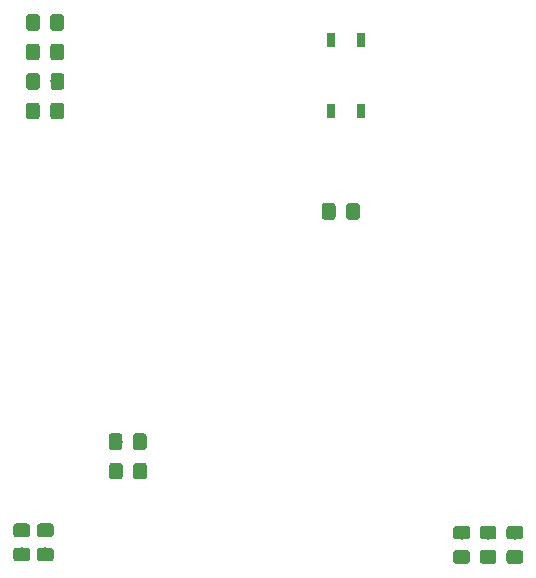
<source format=gbp>
G04 #@! TF.GenerationSoftware,KiCad,Pcbnew,(5.1.4)-1*
G04 #@! TF.CreationDate,2020-06-04T10:48:23-03:00*
G04 #@! TF.ProjectId,ModPrincipal,4d6f6450-7269-46e6-9369-70616c2e6b69,1.0*
G04 #@! TF.SameCoordinates,Original*
G04 #@! TF.FileFunction,Paste,Bot*
G04 #@! TF.FilePolarity,Positive*
%FSLAX46Y46*%
G04 Gerber Fmt 4.6, Leading zero omitted, Abs format (unit mm)*
G04 Created by KiCad (PCBNEW (5.1.4)-1) date 2020-06-04 10:48:23*
%MOMM*%
%LPD*%
G04 APERTURE LIST*
%ADD10C,0.100000*%
%ADD11C,1.150000*%
%ADD12R,0.800000X1.200000*%
G04 APERTURE END LIST*
D10*
G36*
X51474505Y-94476204D02*
G01*
X51498773Y-94479804D01*
X51522572Y-94485765D01*
X51545671Y-94494030D01*
X51567850Y-94504520D01*
X51588893Y-94517132D01*
X51608599Y-94531747D01*
X51626777Y-94548223D01*
X51643253Y-94566401D01*
X51657868Y-94586107D01*
X51670480Y-94607150D01*
X51680970Y-94629329D01*
X51689235Y-94652428D01*
X51695196Y-94676227D01*
X51698796Y-94700495D01*
X51700000Y-94724999D01*
X51700000Y-95375001D01*
X51698796Y-95399505D01*
X51695196Y-95423773D01*
X51689235Y-95447572D01*
X51680970Y-95470671D01*
X51670480Y-95492850D01*
X51657868Y-95513893D01*
X51643253Y-95533599D01*
X51626777Y-95551777D01*
X51608599Y-95568253D01*
X51588893Y-95582868D01*
X51567850Y-95595480D01*
X51545671Y-95605970D01*
X51522572Y-95614235D01*
X51498773Y-95620196D01*
X51474505Y-95623796D01*
X51450001Y-95625000D01*
X50549999Y-95625000D01*
X50525495Y-95623796D01*
X50501227Y-95620196D01*
X50477428Y-95614235D01*
X50454329Y-95605970D01*
X50432150Y-95595480D01*
X50411107Y-95582868D01*
X50391401Y-95568253D01*
X50373223Y-95551777D01*
X50356747Y-95533599D01*
X50342132Y-95513893D01*
X50329520Y-95492850D01*
X50319030Y-95470671D01*
X50310765Y-95447572D01*
X50304804Y-95423773D01*
X50301204Y-95399505D01*
X50300000Y-95375001D01*
X50300000Y-94724999D01*
X50301204Y-94700495D01*
X50304804Y-94676227D01*
X50310765Y-94652428D01*
X50319030Y-94629329D01*
X50329520Y-94607150D01*
X50342132Y-94586107D01*
X50356747Y-94566401D01*
X50373223Y-94548223D01*
X50391401Y-94531747D01*
X50411107Y-94517132D01*
X50432150Y-94504520D01*
X50454329Y-94494030D01*
X50477428Y-94485765D01*
X50501227Y-94479804D01*
X50525495Y-94476204D01*
X50549999Y-94475000D01*
X51450001Y-94475000D01*
X51474505Y-94476204D01*
X51474505Y-94476204D01*
G37*
D11*
X51000000Y-95050000D03*
D10*
G36*
X51474505Y-92426204D02*
G01*
X51498773Y-92429804D01*
X51522572Y-92435765D01*
X51545671Y-92444030D01*
X51567850Y-92454520D01*
X51588893Y-92467132D01*
X51608599Y-92481747D01*
X51626777Y-92498223D01*
X51643253Y-92516401D01*
X51657868Y-92536107D01*
X51670480Y-92557150D01*
X51680970Y-92579329D01*
X51689235Y-92602428D01*
X51695196Y-92626227D01*
X51698796Y-92650495D01*
X51700000Y-92674999D01*
X51700000Y-93325001D01*
X51698796Y-93349505D01*
X51695196Y-93373773D01*
X51689235Y-93397572D01*
X51680970Y-93420671D01*
X51670480Y-93442850D01*
X51657868Y-93463893D01*
X51643253Y-93483599D01*
X51626777Y-93501777D01*
X51608599Y-93518253D01*
X51588893Y-93532868D01*
X51567850Y-93545480D01*
X51545671Y-93555970D01*
X51522572Y-93564235D01*
X51498773Y-93570196D01*
X51474505Y-93573796D01*
X51450001Y-93575000D01*
X50549999Y-93575000D01*
X50525495Y-93573796D01*
X50501227Y-93570196D01*
X50477428Y-93564235D01*
X50454329Y-93555970D01*
X50432150Y-93545480D01*
X50411107Y-93532868D01*
X50391401Y-93518253D01*
X50373223Y-93501777D01*
X50356747Y-93483599D01*
X50342132Y-93463893D01*
X50329520Y-93442850D01*
X50319030Y-93420671D01*
X50310765Y-93397572D01*
X50304804Y-93373773D01*
X50301204Y-93349505D01*
X50300000Y-93325001D01*
X50300000Y-92674999D01*
X50301204Y-92650495D01*
X50304804Y-92626227D01*
X50310765Y-92602428D01*
X50319030Y-92579329D01*
X50329520Y-92557150D01*
X50342132Y-92536107D01*
X50356747Y-92516401D01*
X50373223Y-92498223D01*
X50391401Y-92481747D01*
X50411107Y-92467132D01*
X50432150Y-92454520D01*
X50454329Y-92444030D01*
X50477428Y-92435765D01*
X50501227Y-92429804D01*
X50525495Y-92426204D01*
X50549999Y-92425000D01*
X51450001Y-92425000D01*
X51474505Y-92426204D01*
X51474505Y-92426204D01*
G37*
D11*
X51000000Y-93000000D03*
D10*
G36*
X49474505Y-94476204D02*
G01*
X49498773Y-94479804D01*
X49522572Y-94485765D01*
X49545671Y-94494030D01*
X49567850Y-94504520D01*
X49588893Y-94517132D01*
X49608599Y-94531747D01*
X49626777Y-94548223D01*
X49643253Y-94566401D01*
X49657868Y-94586107D01*
X49670480Y-94607150D01*
X49680970Y-94629329D01*
X49689235Y-94652428D01*
X49695196Y-94676227D01*
X49698796Y-94700495D01*
X49700000Y-94724999D01*
X49700000Y-95375001D01*
X49698796Y-95399505D01*
X49695196Y-95423773D01*
X49689235Y-95447572D01*
X49680970Y-95470671D01*
X49670480Y-95492850D01*
X49657868Y-95513893D01*
X49643253Y-95533599D01*
X49626777Y-95551777D01*
X49608599Y-95568253D01*
X49588893Y-95582868D01*
X49567850Y-95595480D01*
X49545671Y-95605970D01*
X49522572Y-95614235D01*
X49498773Y-95620196D01*
X49474505Y-95623796D01*
X49450001Y-95625000D01*
X48549999Y-95625000D01*
X48525495Y-95623796D01*
X48501227Y-95620196D01*
X48477428Y-95614235D01*
X48454329Y-95605970D01*
X48432150Y-95595480D01*
X48411107Y-95582868D01*
X48391401Y-95568253D01*
X48373223Y-95551777D01*
X48356747Y-95533599D01*
X48342132Y-95513893D01*
X48329520Y-95492850D01*
X48319030Y-95470671D01*
X48310765Y-95447572D01*
X48304804Y-95423773D01*
X48301204Y-95399505D01*
X48300000Y-95375001D01*
X48300000Y-94724999D01*
X48301204Y-94700495D01*
X48304804Y-94676227D01*
X48310765Y-94652428D01*
X48319030Y-94629329D01*
X48329520Y-94607150D01*
X48342132Y-94586107D01*
X48356747Y-94566401D01*
X48373223Y-94548223D01*
X48391401Y-94531747D01*
X48411107Y-94517132D01*
X48432150Y-94504520D01*
X48454329Y-94494030D01*
X48477428Y-94485765D01*
X48501227Y-94479804D01*
X48525495Y-94476204D01*
X48549999Y-94475000D01*
X49450001Y-94475000D01*
X49474505Y-94476204D01*
X49474505Y-94476204D01*
G37*
D11*
X49000000Y-95050000D03*
D10*
G36*
X49474505Y-92426204D02*
G01*
X49498773Y-92429804D01*
X49522572Y-92435765D01*
X49545671Y-92444030D01*
X49567850Y-92454520D01*
X49588893Y-92467132D01*
X49608599Y-92481747D01*
X49626777Y-92498223D01*
X49643253Y-92516401D01*
X49657868Y-92536107D01*
X49670480Y-92557150D01*
X49680970Y-92579329D01*
X49689235Y-92602428D01*
X49695196Y-92626227D01*
X49698796Y-92650495D01*
X49700000Y-92674999D01*
X49700000Y-93325001D01*
X49698796Y-93349505D01*
X49695196Y-93373773D01*
X49689235Y-93397572D01*
X49680970Y-93420671D01*
X49670480Y-93442850D01*
X49657868Y-93463893D01*
X49643253Y-93483599D01*
X49626777Y-93501777D01*
X49608599Y-93518253D01*
X49588893Y-93532868D01*
X49567850Y-93545480D01*
X49545671Y-93555970D01*
X49522572Y-93564235D01*
X49498773Y-93570196D01*
X49474505Y-93573796D01*
X49450001Y-93575000D01*
X48549999Y-93575000D01*
X48525495Y-93573796D01*
X48501227Y-93570196D01*
X48477428Y-93564235D01*
X48454329Y-93555970D01*
X48432150Y-93545480D01*
X48411107Y-93532868D01*
X48391401Y-93518253D01*
X48373223Y-93501777D01*
X48356747Y-93483599D01*
X48342132Y-93463893D01*
X48329520Y-93442850D01*
X48319030Y-93420671D01*
X48310765Y-93397572D01*
X48304804Y-93373773D01*
X48301204Y-93349505D01*
X48300000Y-93325001D01*
X48300000Y-92674999D01*
X48301204Y-92650495D01*
X48304804Y-92626227D01*
X48310765Y-92602428D01*
X48319030Y-92579329D01*
X48329520Y-92557150D01*
X48342132Y-92536107D01*
X48356747Y-92516401D01*
X48373223Y-92498223D01*
X48391401Y-92481747D01*
X48411107Y-92467132D01*
X48432150Y-92454520D01*
X48454329Y-92444030D01*
X48477428Y-92435765D01*
X48501227Y-92429804D01*
X48525495Y-92426204D01*
X48549999Y-92425000D01*
X49450001Y-92425000D01*
X49474505Y-92426204D01*
X49474505Y-92426204D01*
G37*
D11*
X49000000Y-93000000D03*
D10*
G36*
X52349505Y-56801204D02*
G01*
X52373773Y-56804804D01*
X52397572Y-56810765D01*
X52420671Y-56819030D01*
X52442850Y-56829520D01*
X52463893Y-56842132D01*
X52483599Y-56856747D01*
X52501777Y-56873223D01*
X52518253Y-56891401D01*
X52532868Y-56911107D01*
X52545480Y-56932150D01*
X52555970Y-56954329D01*
X52564235Y-56977428D01*
X52570196Y-57001227D01*
X52573796Y-57025495D01*
X52575000Y-57049999D01*
X52575000Y-57950001D01*
X52573796Y-57974505D01*
X52570196Y-57998773D01*
X52564235Y-58022572D01*
X52555970Y-58045671D01*
X52545480Y-58067850D01*
X52532868Y-58088893D01*
X52518253Y-58108599D01*
X52501777Y-58126777D01*
X52483599Y-58143253D01*
X52463893Y-58157868D01*
X52442850Y-58170480D01*
X52420671Y-58180970D01*
X52397572Y-58189235D01*
X52373773Y-58195196D01*
X52349505Y-58198796D01*
X52325001Y-58200000D01*
X51674999Y-58200000D01*
X51650495Y-58198796D01*
X51626227Y-58195196D01*
X51602428Y-58189235D01*
X51579329Y-58180970D01*
X51557150Y-58170480D01*
X51536107Y-58157868D01*
X51516401Y-58143253D01*
X51498223Y-58126777D01*
X51481747Y-58108599D01*
X51467132Y-58088893D01*
X51454520Y-58067850D01*
X51444030Y-58045671D01*
X51435765Y-58022572D01*
X51429804Y-57998773D01*
X51426204Y-57974505D01*
X51425000Y-57950001D01*
X51425000Y-57049999D01*
X51426204Y-57025495D01*
X51429804Y-57001227D01*
X51435765Y-56977428D01*
X51444030Y-56954329D01*
X51454520Y-56932150D01*
X51467132Y-56911107D01*
X51481747Y-56891401D01*
X51498223Y-56873223D01*
X51516401Y-56856747D01*
X51536107Y-56842132D01*
X51557150Y-56829520D01*
X51579329Y-56819030D01*
X51602428Y-56810765D01*
X51626227Y-56804804D01*
X51650495Y-56801204D01*
X51674999Y-56800000D01*
X52325001Y-56800000D01*
X52349505Y-56801204D01*
X52349505Y-56801204D01*
G37*
D11*
X52000000Y-57500000D03*
D10*
G36*
X50299505Y-56801204D02*
G01*
X50323773Y-56804804D01*
X50347572Y-56810765D01*
X50370671Y-56819030D01*
X50392850Y-56829520D01*
X50413893Y-56842132D01*
X50433599Y-56856747D01*
X50451777Y-56873223D01*
X50468253Y-56891401D01*
X50482868Y-56911107D01*
X50495480Y-56932150D01*
X50505970Y-56954329D01*
X50514235Y-56977428D01*
X50520196Y-57001227D01*
X50523796Y-57025495D01*
X50525000Y-57049999D01*
X50525000Y-57950001D01*
X50523796Y-57974505D01*
X50520196Y-57998773D01*
X50514235Y-58022572D01*
X50505970Y-58045671D01*
X50495480Y-58067850D01*
X50482868Y-58088893D01*
X50468253Y-58108599D01*
X50451777Y-58126777D01*
X50433599Y-58143253D01*
X50413893Y-58157868D01*
X50392850Y-58170480D01*
X50370671Y-58180970D01*
X50347572Y-58189235D01*
X50323773Y-58195196D01*
X50299505Y-58198796D01*
X50275001Y-58200000D01*
X49624999Y-58200000D01*
X49600495Y-58198796D01*
X49576227Y-58195196D01*
X49552428Y-58189235D01*
X49529329Y-58180970D01*
X49507150Y-58170480D01*
X49486107Y-58157868D01*
X49466401Y-58143253D01*
X49448223Y-58126777D01*
X49431747Y-58108599D01*
X49417132Y-58088893D01*
X49404520Y-58067850D01*
X49394030Y-58045671D01*
X49385765Y-58022572D01*
X49379804Y-57998773D01*
X49376204Y-57974505D01*
X49375000Y-57950001D01*
X49375000Y-57049999D01*
X49376204Y-57025495D01*
X49379804Y-57001227D01*
X49385765Y-56977428D01*
X49394030Y-56954329D01*
X49404520Y-56932150D01*
X49417132Y-56911107D01*
X49431747Y-56891401D01*
X49448223Y-56873223D01*
X49466401Y-56856747D01*
X49486107Y-56842132D01*
X49507150Y-56829520D01*
X49529329Y-56819030D01*
X49552428Y-56810765D01*
X49576227Y-56804804D01*
X49600495Y-56801204D01*
X49624999Y-56800000D01*
X50275001Y-56800000D01*
X50299505Y-56801204D01*
X50299505Y-56801204D01*
G37*
D11*
X49950000Y-57500000D03*
D10*
G36*
X52374505Y-54301204D02*
G01*
X52398773Y-54304804D01*
X52422572Y-54310765D01*
X52445671Y-54319030D01*
X52467850Y-54329520D01*
X52488893Y-54342132D01*
X52508599Y-54356747D01*
X52526777Y-54373223D01*
X52543253Y-54391401D01*
X52557868Y-54411107D01*
X52570480Y-54432150D01*
X52580970Y-54454329D01*
X52589235Y-54477428D01*
X52595196Y-54501227D01*
X52598796Y-54525495D01*
X52600000Y-54549999D01*
X52600000Y-55450001D01*
X52598796Y-55474505D01*
X52595196Y-55498773D01*
X52589235Y-55522572D01*
X52580970Y-55545671D01*
X52570480Y-55567850D01*
X52557868Y-55588893D01*
X52543253Y-55608599D01*
X52526777Y-55626777D01*
X52508599Y-55643253D01*
X52488893Y-55657868D01*
X52467850Y-55670480D01*
X52445671Y-55680970D01*
X52422572Y-55689235D01*
X52398773Y-55695196D01*
X52374505Y-55698796D01*
X52350001Y-55700000D01*
X51699999Y-55700000D01*
X51675495Y-55698796D01*
X51651227Y-55695196D01*
X51627428Y-55689235D01*
X51604329Y-55680970D01*
X51582150Y-55670480D01*
X51561107Y-55657868D01*
X51541401Y-55643253D01*
X51523223Y-55626777D01*
X51506747Y-55608599D01*
X51492132Y-55588893D01*
X51479520Y-55567850D01*
X51469030Y-55545671D01*
X51460765Y-55522572D01*
X51454804Y-55498773D01*
X51451204Y-55474505D01*
X51450000Y-55450001D01*
X51450000Y-54549999D01*
X51451204Y-54525495D01*
X51454804Y-54501227D01*
X51460765Y-54477428D01*
X51469030Y-54454329D01*
X51479520Y-54432150D01*
X51492132Y-54411107D01*
X51506747Y-54391401D01*
X51523223Y-54373223D01*
X51541401Y-54356747D01*
X51561107Y-54342132D01*
X51582150Y-54329520D01*
X51604329Y-54319030D01*
X51627428Y-54310765D01*
X51651227Y-54304804D01*
X51675495Y-54301204D01*
X51699999Y-54300000D01*
X52350001Y-54300000D01*
X52374505Y-54301204D01*
X52374505Y-54301204D01*
G37*
D11*
X52025000Y-55000000D03*
D10*
G36*
X50324505Y-54301204D02*
G01*
X50348773Y-54304804D01*
X50372572Y-54310765D01*
X50395671Y-54319030D01*
X50417850Y-54329520D01*
X50438893Y-54342132D01*
X50458599Y-54356747D01*
X50476777Y-54373223D01*
X50493253Y-54391401D01*
X50507868Y-54411107D01*
X50520480Y-54432150D01*
X50530970Y-54454329D01*
X50539235Y-54477428D01*
X50545196Y-54501227D01*
X50548796Y-54525495D01*
X50550000Y-54549999D01*
X50550000Y-55450001D01*
X50548796Y-55474505D01*
X50545196Y-55498773D01*
X50539235Y-55522572D01*
X50530970Y-55545671D01*
X50520480Y-55567850D01*
X50507868Y-55588893D01*
X50493253Y-55608599D01*
X50476777Y-55626777D01*
X50458599Y-55643253D01*
X50438893Y-55657868D01*
X50417850Y-55670480D01*
X50395671Y-55680970D01*
X50372572Y-55689235D01*
X50348773Y-55695196D01*
X50324505Y-55698796D01*
X50300001Y-55700000D01*
X49649999Y-55700000D01*
X49625495Y-55698796D01*
X49601227Y-55695196D01*
X49577428Y-55689235D01*
X49554329Y-55680970D01*
X49532150Y-55670480D01*
X49511107Y-55657868D01*
X49491401Y-55643253D01*
X49473223Y-55626777D01*
X49456747Y-55608599D01*
X49442132Y-55588893D01*
X49429520Y-55567850D01*
X49419030Y-55545671D01*
X49410765Y-55522572D01*
X49404804Y-55498773D01*
X49401204Y-55474505D01*
X49400000Y-55450001D01*
X49400000Y-54549999D01*
X49401204Y-54525495D01*
X49404804Y-54501227D01*
X49410765Y-54477428D01*
X49419030Y-54454329D01*
X49429520Y-54432150D01*
X49442132Y-54411107D01*
X49456747Y-54391401D01*
X49473223Y-54373223D01*
X49491401Y-54356747D01*
X49511107Y-54342132D01*
X49532150Y-54329520D01*
X49554329Y-54319030D01*
X49577428Y-54310765D01*
X49601227Y-54304804D01*
X49625495Y-54301204D01*
X49649999Y-54300000D01*
X50300001Y-54300000D01*
X50324505Y-54301204D01*
X50324505Y-54301204D01*
G37*
D11*
X49975000Y-55000000D03*
D10*
G36*
X52349505Y-51801204D02*
G01*
X52373773Y-51804804D01*
X52397572Y-51810765D01*
X52420671Y-51819030D01*
X52442850Y-51829520D01*
X52463893Y-51842132D01*
X52483599Y-51856747D01*
X52501777Y-51873223D01*
X52518253Y-51891401D01*
X52532868Y-51911107D01*
X52545480Y-51932150D01*
X52555970Y-51954329D01*
X52564235Y-51977428D01*
X52570196Y-52001227D01*
X52573796Y-52025495D01*
X52575000Y-52049999D01*
X52575000Y-52950001D01*
X52573796Y-52974505D01*
X52570196Y-52998773D01*
X52564235Y-53022572D01*
X52555970Y-53045671D01*
X52545480Y-53067850D01*
X52532868Y-53088893D01*
X52518253Y-53108599D01*
X52501777Y-53126777D01*
X52483599Y-53143253D01*
X52463893Y-53157868D01*
X52442850Y-53170480D01*
X52420671Y-53180970D01*
X52397572Y-53189235D01*
X52373773Y-53195196D01*
X52349505Y-53198796D01*
X52325001Y-53200000D01*
X51674999Y-53200000D01*
X51650495Y-53198796D01*
X51626227Y-53195196D01*
X51602428Y-53189235D01*
X51579329Y-53180970D01*
X51557150Y-53170480D01*
X51536107Y-53157868D01*
X51516401Y-53143253D01*
X51498223Y-53126777D01*
X51481747Y-53108599D01*
X51467132Y-53088893D01*
X51454520Y-53067850D01*
X51444030Y-53045671D01*
X51435765Y-53022572D01*
X51429804Y-52998773D01*
X51426204Y-52974505D01*
X51425000Y-52950001D01*
X51425000Y-52049999D01*
X51426204Y-52025495D01*
X51429804Y-52001227D01*
X51435765Y-51977428D01*
X51444030Y-51954329D01*
X51454520Y-51932150D01*
X51467132Y-51911107D01*
X51481747Y-51891401D01*
X51498223Y-51873223D01*
X51516401Y-51856747D01*
X51536107Y-51842132D01*
X51557150Y-51829520D01*
X51579329Y-51819030D01*
X51602428Y-51810765D01*
X51626227Y-51804804D01*
X51650495Y-51801204D01*
X51674999Y-51800000D01*
X52325001Y-51800000D01*
X52349505Y-51801204D01*
X52349505Y-51801204D01*
G37*
D11*
X52000000Y-52500000D03*
D10*
G36*
X50299505Y-51801204D02*
G01*
X50323773Y-51804804D01*
X50347572Y-51810765D01*
X50370671Y-51819030D01*
X50392850Y-51829520D01*
X50413893Y-51842132D01*
X50433599Y-51856747D01*
X50451777Y-51873223D01*
X50468253Y-51891401D01*
X50482868Y-51911107D01*
X50495480Y-51932150D01*
X50505970Y-51954329D01*
X50514235Y-51977428D01*
X50520196Y-52001227D01*
X50523796Y-52025495D01*
X50525000Y-52049999D01*
X50525000Y-52950001D01*
X50523796Y-52974505D01*
X50520196Y-52998773D01*
X50514235Y-53022572D01*
X50505970Y-53045671D01*
X50495480Y-53067850D01*
X50482868Y-53088893D01*
X50468253Y-53108599D01*
X50451777Y-53126777D01*
X50433599Y-53143253D01*
X50413893Y-53157868D01*
X50392850Y-53170480D01*
X50370671Y-53180970D01*
X50347572Y-53189235D01*
X50323773Y-53195196D01*
X50299505Y-53198796D01*
X50275001Y-53200000D01*
X49624999Y-53200000D01*
X49600495Y-53198796D01*
X49576227Y-53195196D01*
X49552428Y-53189235D01*
X49529329Y-53180970D01*
X49507150Y-53170480D01*
X49486107Y-53157868D01*
X49466401Y-53143253D01*
X49448223Y-53126777D01*
X49431747Y-53108599D01*
X49417132Y-53088893D01*
X49404520Y-53067850D01*
X49394030Y-53045671D01*
X49385765Y-53022572D01*
X49379804Y-52998773D01*
X49376204Y-52974505D01*
X49375000Y-52950001D01*
X49375000Y-52049999D01*
X49376204Y-52025495D01*
X49379804Y-52001227D01*
X49385765Y-51977428D01*
X49394030Y-51954329D01*
X49404520Y-51932150D01*
X49417132Y-51911107D01*
X49431747Y-51891401D01*
X49448223Y-51873223D01*
X49466401Y-51856747D01*
X49486107Y-51842132D01*
X49507150Y-51829520D01*
X49529329Y-51819030D01*
X49552428Y-51810765D01*
X49576227Y-51804804D01*
X49600495Y-51801204D01*
X49624999Y-51800000D01*
X50275001Y-51800000D01*
X50299505Y-51801204D01*
X50299505Y-51801204D01*
G37*
D11*
X49950000Y-52500000D03*
D10*
G36*
X52349505Y-49301204D02*
G01*
X52373773Y-49304804D01*
X52397572Y-49310765D01*
X52420671Y-49319030D01*
X52442850Y-49329520D01*
X52463893Y-49342132D01*
X52483599Y-49356747D01*
X52501777Y-49373223D01*
X52518253Y-49391401D01*
X52532868Y-49411107D01*
X52545480Y-49432150D01*
X52555970Y-49454329D01*
X52564235Y-49477428D01*
X52570196Y-49501227D01*
X52573796Y-49525495D01*
X52575000Y-49549999D01*
X52575000Y-50450001D01*
X52573796Y-50474505D01*
X52570196Y-50498773D01*
X52564235Y-50522572D01*
X52555970Y-50545671D01*
X52545480Y-50567850D01*
X52532868Y-50588893D01*
X52518253Y-50608599D01*
X52501777Y-50626777D01*
X52483599Y-50643253D01*
X52463893Y-50657868D01*
X52442850Y-50670480D01*
X52420671Y-50680970D01*
X52397572Y-50689235D01*
X52373773Y-50695196D01*
X52349505Y-50698796D01*
X52325001Y-50700000D01*
X51674999Y-50700000D01*
X51650495Y-50698796D01*
X51626227Y-50695196D01*
X51602428Y-50689235D01*
X51579329Y-50680970D01*
X51557150Y-50670480D01*
X51536107Y-50657868D01*
X51516401Y-50643253D01*
X51498223Y-50626777D01*
X51481747Y-50608599D01*
X51467132Y-50588893D01*
X51454520Y-50567850D01*
X51444030Y-50545671D01*
X51435765Y-50522572D01*
X51429804Y-50498773D01*
X51426204Y-50474505D01*
X51425000Y-50450001D01*
X51425000Y-49549999D01*
X51426204Y-49525495D01*
X51429804Y-49501227D01*
X51435765Y-49477428D01*
X51444030Y-49454329D01*
X51454520Y-49432150D01*
X51467132Y-49411107D01*
X51481747Y-49391401D01*
X51498223Y-49373223D01*
X51516401Y-49356747D01*
X51536107Y-49342132D01*
X51557150Y-49329520D01*
X51579329Y-49319030D01*
X51602428Y-49310765D01*
X51626227Y-49304804D01*
X51650495Y-49301204D01*
X51674999Y-49300000D01*
X52325001Y-49300000D01*
X52349505Y-49301204D01*
X52349505Y-49301204D01*
G37*
D11*
X52000000Y-50000000D03*
D10*
G36*
X50299505Y-49301204D02*
G01*
X50323773Y-49304804D01*
X50347572Y-49310765D01*
X50370671Y-49319030D01*
X50392850Y-49329520D01*
X50413893Y-49342132D01*
X50433599Y-49356747D01*
X50451777Y-49373223D01*
X50468253Y-49391401D01*
X50482868Y-49411107D01*
X50495480Y-49432150D01*
X50505970Y-49454329D01*
X50514235Y-49477428D01*
X50520196Y-49501227D01*
X50523796Y-49525495D01*
X50525000Y-49549999D01*
X50525000Y-50450001D01*
X50523796Y-50474505D01*
X50520196Y-50498773D01*
X50514235Y-50522572D01*
X50505970Y-50545671D01*
X50495480Y-50567850D01*
X50482868Y-50588893D01*
X50468253Y-50608599D01*
X50451777Y-50626777D01*
X50433599Y-50643253D01*
X50413893Y-50657868D01*
X50392850Y-50670480D01*
X50370671Y-50680970D01*
X50347572Y-50689235D01*
X50323773Y-50695196D01*
X50299505Y-50698796D01*
X50275001Y-50700000D01*
X49624999Y-50700000D01*
X49600495Y-50698796D01*
X49576227Y-50695196D01*
X49552428Y-50689235D01*
X49529329Y-50680970D01*
X49507150Y-50670480D01*
X49486107Y-50657868D01*
X49466401Y-50643253D01*
X49448223Y-50626777D01*
X49431747Y-50608599D01*
X49417132Y-50588893D01*
X49404520Y-50567850D01*
X49394030Y-50545671D01*
X49385765Y-50522572D01*
X49379804Y-50498773D01*
X49376204Y-50474505D01*
X49375000Y-50450001D01*
X49375000Y-49549999D01*
X49376204Y-49525495D01*
X49379804Y-49501227D01*
X49385765Y-49477428D01*
X49394030Y-49454329D01*
X49404520Y-49432150D01*
X49417132Y-49411107D01*
X49431747Y-49391401D01*
X49448223Y-49373223D01*
X49466401Y-49356747D01*
X49486107Y-49342132D01*
X49507150Y-49329520D01*
X49529329Y-49319030D01*
X49552428Y-49310765D01*
X49576227Y-49304804D01*
X49600495Y-49301204D01*
X49624999Y-49300000D01*
X50275001Y-49300000D01*
X50299505Y-49301204D01*
X50299505Y-49301204D01*
G37*
D11*
X49950000Y-50000000D03*
D10*
G36*
X91224505Y-92626204D02*
G01*
X91248773Y-92629804D01*
X91272572Y-92635765D01*
X91295671Y-92644030D01*
X91317850Y-92654520D01*
X91338893Y-92667132D01*
X91358599Y-92681747D01*
X91376777Y-92698223D01*
X91393253Y-92716401D01*
X91407868Y-92736107D01*
X91420480Y-92757150D01*
X91430970Y-92779329D01*
X91439235Y-92802428D01*
X91445196Y-92826227D01*
X91448796Y-92850495D01*
X91450000Y-92874999D01*
X91450000Y-93525001D01*
X91448796Y-93549505D01*
X91445196Y-93573773D01*
X91439235Y-93597572D01*
X91430970Y-93620671D01*
X91420480Y-93642850D01*
X91407868Y-93663893D01*
X91393253Y-93683599D01*
X91376777Y-93701777D01*
X91358599Y-93718253D01*
X91338893Y-93732868D01*
X91317850Y-93745480D01*
X91295671Y-93755970D01*
X91272572Y-93764235D01*
X91248773Y-93770196D01*
X91224505Y-93773796D01*
X91200001Y-93775000D01*
X90299999Y-93775000D01*
X90275495Y-93773796D01*
X90251227Y-93770196D01*
X90227428Y-93764235D01*
X90204329Y-93755970D01*
X90182150Y-93745480D01*
X90161107Y-93732868D01*
X90141401Y-93718253D01*
X90123223Y-93701777D01*
X90106747Y-93683599D01*
X90092132Y-93663893D01*
X90079520Y-93642850D01*
X90069030Y-93620671D01*
X90060765Y-93597572D01*
X90054804Y-93573773D01*
X90051204Y-93549505D01*
X90050000Y-93525001D01*
X90050000Y-92874999D01*
X90051204Y-92850495D01*
X90054804Y-92826227D01*
X90060765Y-92802428D01*
X90069030Y-92779329D01*
X90079520Y-92757150D01*
X90092132Y-92736107D01*
X90106747Y-92716401D01*
X90123223Y-92698223D01*
X90141401Y-92681747D01*
X90161107Y-92667132D01*
X90182150Y-92654520D01*
X90204329Y-92644030D01*
X90227428Y-92635765D01*
X90251227Y-92629804D01*
X90275495Y-92626204D01*
X90299999Y-92625000D01*
X91200001Y-92625000D01*
X91224505Y-92626204D01*
X91224505Y-92626204D01*
G37*
D11*
X90750000Y-93200000D03*
D10*
G36*
X91224505Y-94676204D02*
G01*
X91248773Y-94679804D01*
X91272572Y-94685765D01*
X91295671Y-94694030D01*
X91317850Y-94704520D01*
X91338893Y-94717132D01*
X91358599Y-94731747D01*
X91376777Y-94748223D01*
X91393253Y-94766401D01*
X91407868Y-94786107D01*
X91420480Y-94807150D01*
X91430970Y-94829329D01*
X91439235Y-94852428D01*
X91445196Y-94876227D01*
X91448796Y-94900495D01*
X91450000Y-94924999D01*
X91450000Y-95575001D01*
X91448796Y-95599505D01*
X91445196Y-95623773D01*
X91439235Y-95647572D01*
X91430970Y-95670671D01*
X91420480Y-95692850D01*
X91407868Y-95713893D01*
X91393253Y-95733599D01*
X91376777Y-95751777D01*
X91358599Y-95768253D01*
X91338893Y-95782868D01*
X91317850Y-95795480D01*
X91295671Y-95805970D01*
X91272572Y-95814235D01*
X91248773Y-95820196D01*
X91224505Y-95823796D01*
X91200001Y-95825000D01*
X90299999Y-95825000D01*
X90275495Y-95823796D01*
X90251227Y-95820196D01*
X90227428Y-95814235D01*
X90204329Y-95805970D01*
X90182150Y-95795480D01*
X90161107Y-95782868D01*
X90141401Y-95768253D01*
X90123223Y-95751777D01*
X90106747Y-95733599D01*
X90092132Y-95713893D01*
X90079520Y-95692850D01*
X90069030Y-95670671D01*
X90060765Y-95647572D01*
X90054804Y-95623773D01*
X90051204Y-95599505D01*
X90050000Y-95575001D01*
X90050000Y-94924999D01*
X90051204Y-94900495D01*
X90054804Y-94876227D01*
X90060765Y-94852428D01*
X90069030Y-94829329D01*
X90079520Y-94807150D01*
X90092132Y-94786107D01*
X90106747Y-94766401D01*
X90123223Y-94748223D01*
X90141401Y-94731747D01*
X90161107Y-94717132D01*
X90182150Y-94704520D01*
X90204329Y-94694030D01*
X90227428Y-94685765D01*
X90251227Y-94679804D01*
X90275495Y-94676204D01*
X90299999Y-94675000D01*
X91200001Y-94675000D01*
X91224505Y-94676204D01*
X91224505Y-94676204D01*
G37*
D11*
X90750000Y-95250000D03*
D10*
G36*
X88974505Y-92626204D02*
G01*
X88998773Y-92629804D01*
X89022572Y-92635765D01*
X89045671Y-92644030D01*
X89067850Y-92654520D01*
X89088893Y-92667132D01*
X89108599Y-92681747D01*
X89126777Y-92698223D01*
X89143253Y-92716401D01*
X89157868Y-92736107D01*
X89170480Y-92757150D01*
X89180970Y-92779329D01*
X89189235Y-92802428D01*
X89195196Y-92826227D01*
X89198796Y-92850495D01*
X89200000Y-92874999D01*
X89200000Y-93525001D01*
X89198796Y-93549505D01*
X89195196Y-93573773D01*
X89189235Y-93597572D01*
X89180970Y-93620671D01*
X89170480Y-93642850D01*
X89157868Y-93663893D01*
X89143253Y-93683599D01*
X89126777Y-93701777D01*
X89108599Y-93718253D01*
X89088893Y-93732868D01*
X89067850Y-93745480D01*
X89045671Y-93755970D01*
X89022572Y-93764235D01*
X88998773Y-93770196D01*
X88974505Y-93773796D01*
X88950001Y-93775000D01*
X88049999Y-93775000D01*
X88025495Y-93773796D01*
X88001227Y-93770196D01*
X87977428Y-93764235D01*
X87954329Y-93755970D01*
X87932150Y-93745480D01*
X87911107Y-93732868D01*
X87891401Y-93718253D01*
X87873223Y-93701777D01*
X87856747Y-93683599D01*
X87842132Y-93663893D01*
X87829520Y-93642850D01*
X87819030Y-93620671D01*
X87810765Y-93597572D01*
X87804804Y-93573773D01*
X87801204Y-93549505D01*
X87800000Y-93525001D01*
X87800000Y-92874999D01*
X87801204Y-92850495D01*
X87804804Y-92826227D01*
X87810765Y-92802428D01*
X87819030Y-92779329D01*
X87829520Y-92757150D01*
X87842132Y-92736107D01*
X87856747Y-92716401D01*
X87873223Y-92698223D01*
X87891401Y-92681747D01*
X87911107Y-92667132D01*
X87932150Y-92654520D01*
X87954329Y-92644030D01*
X87977428Y-92635765D01*
X88001227Y-92629804D01*
X88025495Y-92626204D01*
X88049999Y-92625000D01*
X88950001Y-92625000D01*
X88974505Y-92626204D01*
X88974505Y-92626204D01*
G37*
D11*
X88500000Y-93200000D03*
D10*
G36*
X88974505Y-94676204D02*
G01*
X88998773Y-94679804D01*
X89022572Y-94685765D01*
X89045671Y-94694030D01*
X89067850Y-94704520D01*
X89088893Y-94717132D01*
X89108599Y-94731747D01*
X89126777Y-94748223D01*
X89143253Y-94766401D01*
X89157868Y-94786107D01*
X89170480Y-94807150D01*
X89180970Y-94829329D01*
X89189235Y-94852428D01*
X89195196Y-94876227D01*
X89198796Y-94900495D01*
X89200000Y-94924999D01*
X89200000Y-95575001D01*
X89198796Y-95599505D01*
X89195196Y-95623773D01*
X89189235Y-95647572D01*
X89180970Y-95670671D01*
X89170480Y-95692850D01*
X89157868Y-95713893D01*
X89143253Y-95733599D01*
X89126777Y-95751777D01*
X89108599Y-95768253D01*
X89088893Y-95782868D01*
X89067850Y-95795480D01*
X89045671Y-95805970D01*
X89022572Y-95814235D01*
X88998773Y-95820196D01*
X88974505Y-95823796D01*
X88950001Y-95825000D01*
X88049999Y-95825000D01*
X88025495Y-95823796D01*
X88001227Y-95820196D01*
X87977428Y-95814235D01*
X87954329Y-95805970D01*
X87932150Y-95795480D01*
X87911107Y-95782868D01*
X87891401Y-95768253D01*
X87873223Y-95751777D01*
X87856747Y-95733599D01*
X87842132Y-95713893D01*
X87829520Y-95692850D01*
X87819030Y-95670671D01*
X87810765Y-95647572D01*
X87804804Y-95623773D01*
X87801204Y-95599505D01*
X87800000Y-95575001D01*
X87800000Y-94924999D01*
X87801204Y-94900495D01*
X87804804Y-94876227D01*
X87810765Y-94852428D01*
X87819030Y-94829329D01*
X87829520Y-94807150D01*
X87842132Y-94786107D01*
X87856747Y-94766401D01*
X87873223Y-94748223D01*
X87891401Y-94731747D01*
X87911107Y-94717132D01*
X87932150Y-94704520D01*
X87954329Y-94694030D01*
X87977428Y-94685765D01*
X88001227Y-94679804D01*
X88025495Y-94676204D01*
X88049999Y-94675000D01*
X88950001Y-94675000D01*
X88974505Y-94676204D01*
X88974505Y-94676204D01*
G37*
D11*
X88500000Y-95250000D03*
D10*
G36*
X86724505Y-92626204D02*
G01*
X86748773Y-92629804D01*
X86772572Y-92635765D01*
X86795671Y-92644030D01*
X86817850Y-92654520D01*
X86838893Y-92667132D01*
X86858599Y-92681747D01*
X86876777Y-92698223D01*
X86893253Y-92716401D01*
X86907868Y-92736107D01*
X86920480Y-92757150D01*
X86930970Y-92779329D01*
X86939235Y-92802428D01*
X86945196Y-92826227D01*
X86948796Y-92850495D01*
X86950000Y-92874999D01*
X86950000Y-93525001D01*
X86948796Y-93549505D01*
X86945196Y-93573773D01*
X86939235Y-93597572D01*
X86930970Y-93620671D01*
X86920480Y-93642850D01*
X86907868Y-93663893D01*
X86893253Y-93683599D01*
X86876777Y-93701777D01*
X86858599Y-93718253D01*
X86838893Y-93732868D01*
X86817850Y-93745480D01*
X86795671Y-93755970D01*
X86772572Y-93764235D01*
X86748773Y-93770196D01*
X86724505Y-93773796D01*
X86700001Y-93775000D01*
X85799999Y-93775000D01*
X85775495Y-93773796D01*
X85751227Y-93770196D01*
X85727428Y-93764235D01*
X85704329Y-93755970D01*
X85682150Y-93745480D01*
X85661107Y-93732868D01*
X85641401Y-93718253D01*
X85623223Y-93701777D01*
X85606747Y-93683599D01*
X85592132Y-93663893D01*
X85579520Y-93642850D01*
X85569030Y-93620671D01*
X85560765Y-93597572D01*
X85554804Y-93573773D01*
X85551204Y-93549505D01*
X85550000Y-93525001D01*
X85550000Y-92874999D01*
X85551204Y-92850495D01*
X85554804Y-92826227D01*
X85560765Y-92802428D01*
X85569030Y-92779329D01*
X85579520Y-92757150D01*
X85592132Y-92736107D01*
X85606747Y-92716401D01*
X85623223Y-92698223D01*
X85641401Y-92681747D01*
X85661107Y-92667132D01*
X85682150Y-92654520D01*
X85704329Y-92644030D01*
X85727428Y-92635765D01*
X85751227Y-92629804D01*
X85775495Y-92626204D01*
X85799999Y-92625000D01*
X86700001Y-92625000D01*
X86724505Y-92626204D01*
X86724505Y-92626204D01*
G37*
D11*
X86250000Y-93200000D03*
D10*
G36*
X86724505Y-94676204D02*
G01*
X86748773Y-94679804D01*
X86772572Y-94685765D01*
X86795671Y-94694030D01*
X86817850Y-94704520D01*
X86838893Y-94717132D01*
X86858599Y-94731747D01*
X86876777Y-94748223D01*
X86893253Y-94766401D01*
X86907868Y-94786107D01*
X86920480Y-94807150D01*
X86930970Y-94829329D01*
X86939235Y-94852428D01*
X86945196Y-94876227D01*
X86948796Y-94900495D01*
X86950000Y-94924999D01*
X86950000Y-95575001D01*
X86948796Y-95599505D01*
X86945196Y-95623773D01*
X86939235Y-95647572D01*
X86930970Y-95670671D01*
X86920480Y-95692850D01*
X86907868Y-95713893D01*
X86893253Y-95733599D01*
X86876777Y-95751777D01*
X86858599Y-95768253D01*
X86838893Y-95782868D01*
X86817850Y-95795480D01*
X86795671Y-95805970D01*
X86772572Y-95814235D01*
X86748773Y-95820196D01*
X86724505Y-95823796D01*
X86700001Y-95825000D01*
X85799999Y-95825000D01*
X85775495Y-95823796D01*
X85751227Y-95820196D01*
X85727428Y-95814235D01*
X85704329Y-95805970D01*
X85682150Y-95795480D01*
X85661107Y-95782868D01*
X85641401Y-95768253D01*
X85623223Y-95751777D01*
X85606747Y-95733599D01*
X85592132Y-95713893D01*
X85579520Y-95692850D01*
X85569030Y-95670671D01*
X85560765Y-95647572D01*
X85554804Y-95623773D01*
X85551204Y-95599505D01*
X85550000Y-95575001D01*
X85550000Y-94924999D01*
X85551204Y-94900495D01*
X85554804Y-94876227D01*
X85560765Y-94852428D01*
X85569030Y-94829329D01*
X85579520Y-94807150D01*
X85592132Y-94786107D01*
X85606747Y-94766401D01*
X85623223Y-94748223D01*
X85641401Y-94731747D01*
X85661107Y-94717132D01*
X85682150Y-94704520D01*
X85704329Y-94694030D01*
X85727428Y-94685765D01*
X85751227Y-94679804D01*
X85775495Y-94676204D01*
X85799999Y-94675000D01*
X86700001Y-94675000D01*
X86724505Y-94676204D01*
X86724505Y-94676204D01*
G37*
D11*
X86250000Y-95250000D03*
D12*
X77770000Y-57500000D03*
X77770000Y-51500000D03*
X75230000Y-51500000D03*
X75230000Y-57500000D03*
D10*
G36*
X75349505Y-65301204D02*
G01*
X75373773Y-65304804D01*
X75397572Y-65310765D01*
X75420671Y-65319030D01*
X75442850Y-65329520D01*
X75463893Y-65342132D01*
X75483599Y-65356747D01*
X75501777Y-65373223D01*
X75518253Y-65391401D01*
X75532868Y-65411107D01*
X75545480Y-65432150D01*
X75555970Y-65454329D01*
X75564235Y-65477428D01*
X75570196Y-65501227D01*
X75573796Y-65525495D01*
X75575000Y-65549999D01*
X75575000Y-66450001D01*
X75573796Y-66474505D01*
X75570196Y-66498773D01*
X75564235Y-66522572D01*
X75555970Y-66545671D01*
X75545480Y-66567850D01*
X75532868Y-66588893D01*
X75518253Y-66608599D01*
X75501777Y-66626777D01*
X75483599Y-66643253D01*
X75463893Y-66657868D01*
X75442850Y-66670480D01*
X75420671Y-66680970D01*
X75397572Y-66689235D01*
X75373773Y-66695196D01*
X75349505Y-66698796D01*
X75325001Y-66700000D01*
X74674999Y-66700000D01*
X74650495Y-66698796D01*
X74626227Y-66695196D01*
X74602428Y-66689235D01*
X74579329Y-66680970D01*
X74557150Y-66670480D01*
X74536107Y-66657868D01*
X74516401Y-66643253D01*
X74498223Y-66626777D01*
X74481747Y-66608599D01*
X74467132Y-66588893D01*
X74454520Y-66567850D01*
X74444030Y-66545671D01*
X74435765Y-66522572D01*
X74429804Y-66498773D01*
X74426204Y-66474505D01*
X74425000Y-66450001D01*
X74425000Y-65549999D01*
X74426204Y-65525495D01*
X74429804Y-65501227D01*
X74435765Y-65477428D01*
X74444030Y-65454329D01*
X74454520Y-65432150D01*
X74467132Y-65411107D01*
X74481747Y-65391401D01*
X74498223Y-65373223D01*
X74516401Y-65356747D01*
X74536107Y-65342132D01*
X74557150Y-65329520D01*
X74579329Y-65319030D01*
X74602428Y-65310765D01*
X74626227Y-65304804D01*
X74650495Y-65301204D01*
X74674999Y-65300000D01*
X75325001Y-65300000D01*
X75349505Y-65301204D01*
X75349505Y-65301204D01*
G37*
D11*
X75000000Y-66000000D03*
D10*
G36*
X77399505Y-65301204D02*
G01*
X77423773Y-65304804D01*
X77447572Y-65310765D01*
X77470671Y-65319030D01*
X77492850Y-65329520D01*
X77513893Y-65342132D01*
X77533599Y-65356747D01*
X77551777Y-65373223D01*
X77568253Y-65391401D01*
X77582868Y-65411107D01*
X77595480Y-65432150D01*
X77605970Y-65454329D01*
X77614235Y-65477428D01*
X77620196Y-65501227D01*
X77623796Y-65525495D01*
X77625000Y-65549999D01*
X77625000Y-66450001D01*
X77623796Y-66474505D01*
X77620196Y-66498773D01*
X77614235Y-66522572D01*
X77605970Y-66545671D01*
X77595480Y-66567850D01*
X77582868Y-66588893D01*
X77568253Y-66608599D01*
X77551777Y-66626777D01*
X77533599Y-66643253D01*
X77513893Y-66657868D01*
X77492850Y-66670480D01*
X77470671Y-66680970D01*
X77447572Y-66689235D01*
X77423773Y-66695196D01*
X77399505Y-66698796D01*
X77375001Y-66700000D01*
X76724999Y-66700000D01*
X76700495Y-66698796D01*
X76676227Y-66695196D01*
X76652428Y-66689235D01*
X76629329Y-66680970D01*
X76607150Y-66670480D01*
X76586107Y-66657868D01*
X76566401Y-66643253D01*
X76548223Y-66626777D01*
X76531747Y-66608599D01*
X76517132Y-66588893D01*
X76504520Y-66567850D01*
X76494030Y-66545671D01*
X76485765Y-66522572D01*
X76479804Y-66498773D01*
X76476204Y-66474505D01*
X76475000Y-66450001D01*
X76475000Y-65549999D01*
X76476204Y-65525495D01*
X76479804Y-65501227D01*
X76485765Y-65477428D01*
X76494030Y-65454329D01*
X76504520Y-65432150D01*
X76517132Y-65411107D01*
X76531747Y-65391401D01*
X76548223Y-65373223D01*
X76566401Y-65356747D01*
X76586107Y-65342132D01*
X76607150Y-65329520D01*
X76629329Y-65319030D01*
X76652428Y-65310765D01*
X76676227Y-65304804D01*
X76700495Y-65301204D01*
X76724999Y-65300000D01*
X77375001Y-65300000D01*
X77399505Y-65301204D01*
X77399505Y-65301204D01*
G37*
D11*
X77050000Y-66000000D03*
D10*
G36*
X57299505Y-84801204D02*
G01*
X57323773Y-84804804D01*
X57347572Y-84810765D01*
X57370671Y-84819030D01*
X57392850Y-84829520D01*
X57413893Y-84842132D01*
X57433599Y-84856747D01*
X57451777Y-84873223D01*
X57468253Y-84891401D01*
X57482868Y-84911107D01*
X57495480Y-84932150D01*
X57505970Y-84954329D01*
X57514235Y-84977428D01*
X57520196Y-85001227D01*
X57523796Y-85025495D01*
X57525000Y-85049999D01*
X57525000Y-85950001D01*
X57523796Y-85974505D01*
X57520196Y-85998773D01*
X57514235Y-86022572D01*
X57505970Y-86045671D01*
X57495480Y-86067850D01*
X57482868Y-86088893D01*
X57468253Y-86108599D01*
X57451777Y-86126777D01*
X57433599Y-86143253D01*
X57413893Y-86157868D01*
X57392850Y-86170480D01*
X57370671Y-86180970D01*
X57347572Y-86189235D01*
X57323773Y-86195196D01*
X57299505Y-86198796D01*
X57275001Y-86200000D01*
X56624999Y-86200000D01*
X56600495Y-86198796D01*
X56576227Y-86195196D01*
X56552428Y-86189235D01*
X56529329Y-86180970D01*
X56507150Y-86170480D01*
X56486107Y-86157868D01*
X56466401Y-86143253D01*
X56448223Y-86126777D01*
X56431747Y-86108599D01*
X56417132Y-86088893D01*
X56404520Y-86067850D01*
X56394030Y-86045671D01*
X56385765Y-86022572D01*
X56379804Y-85998773D01*
X56376204Y-85974505D01*
X56375000Y-85950001D01*
X56375000Y-85049999D01*
X56376204Y-85025495D01*
X56379804Y-85001227D01*
X56385765Y-84977428D01*
X56394030Y-84954329D01*
X56404520Y-84932150D01*
X56417132Y-84911107D01*
X56431747Y-84891401D01*
X56448223Y-84873223D01*
X56466401Y-84856747D01*
X56486107Y-84842132D01*
X56507150Y-84829520D01*
X56529329Y-84819030D01*
X56552428Y-84810765D01*
X56576227Y-84804804D01*
X56600495Y-84801204D01*
X56624999Y-84800000D01*
X57275001Y-84800000D01*
X57299505Y-84801204D01*
X57299505Y-84801204D01*
G37*
D11*
X56950000Y-85500000D03*
D10*
G36*
X59349505Y-84801204D02*
G01*
X59373773Y-84804804D01*
X59397572Y-84810765D01*
X59420671Y-84819030D01*
X59442850Y-84829520D01*
X59463893Y-84842132D01*
X59483599Y-84856747D01*
X59501777Y-84873223D01*
X59518253Y-84891401D01*
X59532868Y-84911107D01*
X59545480Y-84932150D01*
X59555970Y-84954329D01*
X59564235Y-84977428D01*
X59570196Y-85001227D01*
X59573796Y-85025495D01*
X59575000Y-85049999D01*
X59575000Y-85950001D01*
X59573796Y-85974505D01*
X59570196Y-85998773D01*
X59564235Y-86022572D01*
X59555970Y-86045671D01*
X59545480Y-86067850D01*
X59532868Y-86088893D01*
X59518253Y-86108599D01*
X59501777Y-86126777D01*
X59483599Y-86143253D01*
X59463893Y-86157868D01*
X59442850Y-86170480D01*
X59420671Y-86180970D01*
X59397572Y-86189235D01*
X59373773Y-86195196D01*
X59349505Y-86198796D01*
X59325001Y-86200000D01*
X58674999Y-86200000D01*
X58650495Y-86198796D01*
X58626227Y-86195196D01*
X58602428Y-86189235D01*
X58579329Y-86180970D01*
X58557150Y-86170480D01*
X58536107Y-86157868D01*
X58516401Y-86143253D01*
X58498223Y-86126777D01*
X58481747Y-86108599D01*
X58467132Y-86088893D01*
X58454520Y-86067850D01*
X58444030Y-86045671D01*
X58435765Y-86022572D01*
X58429804Y-85998773D01*
X58426204Y-85974505D01*
X58425000Y-85950001D01*
X58425000Y-85049999D01*
X58426204Y-85025495D01*
X58429804Y-85001227D01*
X58435765Y-84977428D01*
X58444030Y-84954329D01*
X58454520Y-84932150D01*
X58467132Y-84911107D01*
X58481747Y-84891401D01*
X58498223Y-84873223D01*
X58516401Y-84856747D01*
X58536107Y-84842132D01*
X58557150Y-84829520D01*
X58579329Y-84819030D01*
X58602428Y-84810765D01*
X58626227Y-84804804D01*
X58650495Y-84801204D01*
X58674999Y-84800000D01*
X59325001Y-84800000D01*
X59349505Y-84801204D01*
X59349505Y-84801204D01*
G37*
D11*
X59000000Y-85500000D03*
D10*
G36*
X57324505Y-87301204D02*
G01*
X57348773Y-87304804D01*
X57372572Y-87310765D01*
X57395671Y-87319030D01*
X57417850Y-87329520D01*
X57438893Y-87342132D01*
X57458599Y-87356747D01*
X57476777Y-87373223D01*
X57493253Y-87391401D01*
X57507868Y-87411107D01*
X57520480Y-87432150D01*
X57530970Y-87454329D01*
X57539235Y-87477428D01*
X57545196Y-87501227D01*
X57548796Y-87525495D01*
X57550000Y-87549999D01*
X57550000Y-88450001D01*
X57548796Y-88474505D01*
X57545196Y-88498773D01*
X57539235Y-88522572D01*
X57530970Y-88545671D01*
X57520480Y-88567850D01*
X57507868Y-88588893D01*
X57493253Y-88608599D01*
X57476777Y-88626777D01*
X57458599Y-88643253D01*
X57438893Y-88657868D01*
X57417850Y-88670480D01*
X57395671Y-88680970D01*
X57372572Y-88689235D01*
X57348773Y-88695196D01*
X57324505Y-88698796D01*
X57300001Y-88700000D01*
X56649999Y-88700000D01*
X56625495Y-88698796D01*
X56601227Y-88695196D01*
X56577428Y-88689235D01*
X56554329Y-88680970D01*
X56532150Y-88670480D01*
X56511107Y-88657868D01*
X56491401Y-88643253D01*
X56473223Y-88626777D01*
X56456747Y-88608599D01*
X56442132Y-88588893D01*
X56429520Y-88567850D01*
X56419030Y-88545671D01*
X56410765Y-88522572D01*
X56404804Y-88498773D01*
X56401204Y-88474505D01*
X56400000Y-88450001D01*
X56400000Y-87549999D01*
X56401204Y-87525495D01*
X56404804Y-87501227D01*
X56410765Y-87477428D01*
X56419030Y-87454329D01*
X56429520Y-87432150D01*
X56442132Y-87411107D01*
X56456747Y-87391401D01*
X56473223Y-87373223D01*
X56491401Y-87356747D01*
X56511107Y-87342132D01*
X56532150Y-87329520D01*
X56554329Y-87319030D01*
X56577428Y-87310765D01*
X56601227Y-87304804D01*
X56625495Y-87301204D01*
X56649999Y-87300000D01*
X57300001Y-87300000D01*
X57324505Y-87301204D01*
X57324505Y-87301204D01*
G37*
D11*
X56975000Y-88000000D03*
D10*
G36*
X59374505Y-87301204D02*
G01*
X59398773Y-87304804D01*
X59422572Y-87310765D01*
X59445671Y-87319030D01*
X59467850Y-87329520D01*
X59488893Y-87342132D01*
X59508599Y-87356747D01*
X59526777Y-87373223D01*
X59543253Y-87391401D01*
X59557868Y-87411107D01*
X59570480Y-87432150D01*
X59580970Y-87454329D01*
X59589235Y-87477428D01*
X59595196Y-87501227D01*
X59598796Y-87525495D01*
X59600000Y-87549999D01*
X59600000Y-88450001D01*
X59598796Y-88474505D01*
X59595196Y-88498773D01*
X59589235Y-88522572D01*
X59580970Y-88545671D01*
X59570480Y-88567850D01*
X59557868Y-88588893D01*
X59543253Y-88608599D01*
X59526777Y-88626777D01*
X59508599Y-88643253D01*
X59488893Y-88657868D01*
X59467850Y-88670480D01*
X59445671Y-88680970D01*
X59422572Y-88689235D01*
X59398773Y-88695196D01*
X59374505Y-88698796D01*
X59350001Y-88700000D01*
X58699999Y-88700000D01*
X58675495Y-88698796D01*
X58651227Y-88695196D01*
X58627428Y-88689235D01*
X58604329Y-88680970D01*
X58582150Y-88670480D01*
X58561107Y-88657868D01*
X58541401Y-88643253D01*
X58523223Y-88626777D01*
X58506747Y-88608599D01*
X58492132Y-88588893D01*
X58479520Y-88567850D01*
X58469030Y-88545671D01*
X58460765Y-88522572D01*
X58454804Y-88498773D01*
X58451204Y-88474505D01*
X58450000Y-88450001D01*
X58450000Y-87549999D01*
X58451204Y-87525495D01*
X58454804Y-87501227D01*
X58460765Y-87477428D01*
X58469030Y-87454329D01*
X58479520Y-87432150D01*
X58492132Y-87411107D01*
X58506747Y-87391401D01*
X58523223Y-87373223D01*
X58541401Y-87356747D01*
X58561107Y-87342132D01*
X58582150Y-87329520D01*
X58604329Y-87319030D01*
X58627428Y-87310765D01*
X58651227Y-87304804D01*
X58675495Y-87301204D01*
X58699999Y-87300000D01*
X59350001Y-87300000D01*
X59374505Y-87301204D01*
X59374505Y-87301204D01*
G37*
D11*
X59025000Y-88000000D03*
M02*

</source>
